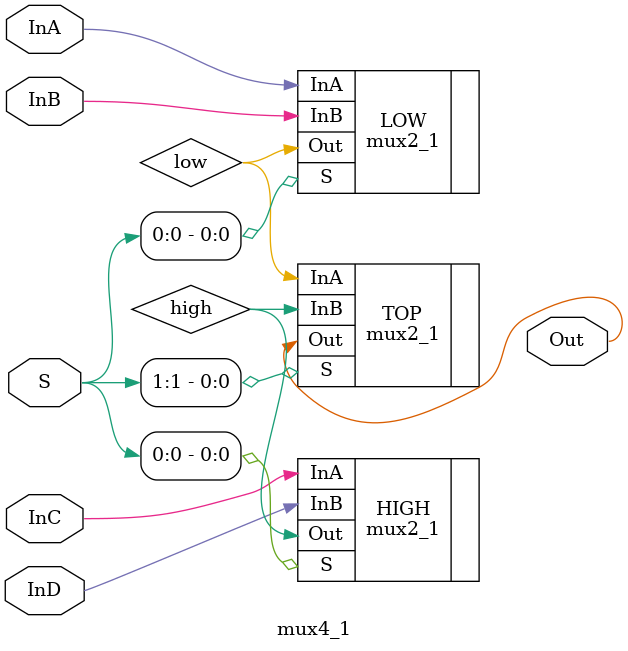
<source format=v>
module mux4_1(InA, InB, InC, InD, S, Out);
	input InA;
	input InB;
	input InC;
	input InD;
	input [1:0] S;
	output Out;

	wire low, high;

	mux2_1 LOW(.InA(InA), .InB(InB), .S(S[0]), .Out(low));
	mux2_1 HIGH(.InA(InC), .InB(InD), .S(S[0]), .Out(high));
	
	mux2_1 TOP(.InA(low), .InB(high), .S(S[1]), .Out(Out));

endmodule


</source>
